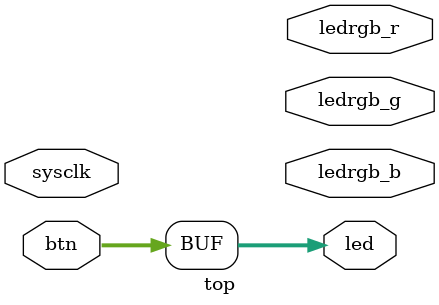
<source format=v>
`timescale 1ns / 1ps


module top(
    input sysclk,
    input [1:0] btn,
    output [1:0] led,
    output ledrgb_r,
    output ledrgb_g,
    output ledrgb_b
    );
    
    assign led = btn;
endmodule

</source>
